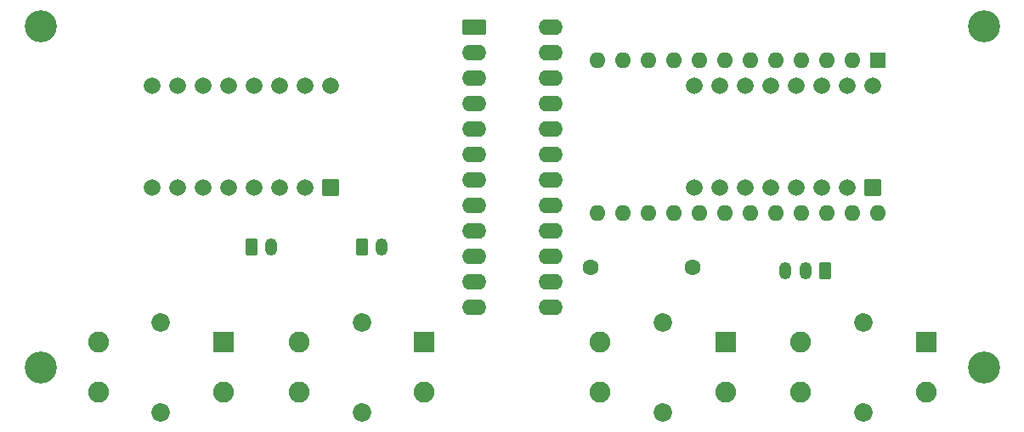
<source format=gts>
G04 #@! TF.GenerationSoftware,KiCad,Pcbnew,9.0.2*
G04 #@! TF.CreationDate,2025-06-28T10:53:46+03:00*
G04 #@! TF.ProjectId,chess_clock_pcb,63686573-735f-4636-9c6f-636b5f706362,rev?*
G04 #@! TF.SameCoordinates,Original*
G04 #@! TF.FileFunction,Soldermask,Top*
G04 #@! TF.FilePolarity,Negative*
%FSLAX46Y46*%
G04 Gerber Fmt 4.6, Leading zero omitted, Abs format (unit mm)*
G04 Created by KiCad (PCBNEW 9.0.2) date 2025-06-28 10:53:46*
%MOMM*%
%LPD*%
G01*
G04 APERTURE LIST*
G04 Aperture macros list*
%AMRoundRect*
0 Rectangle with rounded corners*
0 $1 Rounding radius*
0 $2 $3 $4 $5 $6 $7 $8 $9 X,Y pos of 4 corners*
0 Add a 4 corners polygon primitive as box body*
4,1,4,$2,$3,$4,$5,$6,$7,$8,$9,$2,$3,0*
0 Add four circle primitives for the rounded corners*
1,1,$1+$1,$2,$3*
1,1,$1+$1,$4,$5*
1,1,$1+$1,$6,$7*
1,1,$1+$1,$8,$9*
0 Add four rect primitives between the rounded corners*
20,1,$1+$1,$2,$3,$4,$5,0*
20,1,$1+$1,$4,$5,$6,$7,0*
20,1,$1+$1,$6,$7,$8,$9,0*
20,1,$1+$1,$8,$9,$2,$3,0*%
G04 Aperture macros list end*
%ADD10R,1.600000X1.600000*%
%ADD11O,1.600000X1.600000*%
%ADD12C,3.200000*%
%ADD13C,1.600000*%
%ADD14RoundRect,0.250000X-0.350000X-0.625000X0.350000X-0.625000X0.350000X0.625000X-0.350000X0.625000X0*%
%ADD15O,1.200000X1.750000*%
%ADD16RoundRect,0.250000X-0.950000X-0.550000X0.950000X-0.550000X0.950000X0.550000X-0.950000X0.550000X0*%
%ADD17O,2.400000X1.600000*%
%ADD18RoundRect,0.250000X0.350000X0.625000X-0.350000X0.625000X-0.350000X-0.625000X0.350000X-0.625000X0*%
%ADD19C,1.850000*%
%ADD20RoundRect,0.102000X0.937500X0.937500X-0.937500X0.937500X-0.937500X-0.937500X0.937500X-0.937500X0*%
%ADD21C,2.079000*%
%ADD22RoundRect,0.102000X0.729000X0.729000X-0.729000X0.729000X-0.729000X-0.729000X0.729000X-0.729000X0*%
%ADD23C,1.662000*%
G04 APERTURE END LIST*
D10*
X187430000Y-57380000D03*
D11*
X184890000Y-57380000D03*
X182350000Y-57380000D03*
X179810000Y-57380000D03*
X177270000Y-57380000D03*
X174730000Y-57380000D03*
X172190000Y-57380000D03*
X169650000Y-57380000D03*
X167110000Y-57380000D03*
X164570000Y-57380000D03*
X162030000Y-57380000D03*
X159490000Y-57380000D03*
X159490000Y-72620000D03*
X162030000Y-72620000D03*
X164570000Y-72620000D03*
X167110000Y-72620000D03*
X169650000Y-72620000D03*
X172190000Y-72620000D03*
X174730000Y-72620000D03*
X177270000Y-72620000D03*
X179810000Y-72620000D03*
X182350000Y-72620000D03*
X184890000Y-72620000D03*
X187430000Y-72620000D03*
D12*
X198000000Y-54000000D03*
D13*
X169000000Y-78000000D03*
X158840000Y-78000000D03*
D14*
X136000000Y-76000000D03*
D15*
X138000000Y-76000000D03*
D12*
X198000000Y-88000000D03*
X104000000Y-54000000D03*
D16*
X147190000Y-54030000D03*
D17*
X147190000Y-56570000D03*
X147190000Y-59110000D03*
X147190000Y-61650000D03*
X147190000Y-64190000D03*
X147190000Y-66730000D03*
X147190000Y-69270000D03*
X147190000Y-71810000D03*
X147190000Y-74350000D03*
X147190000Y-76890000D03*
X147190000Y-79430000D03*
X147190000Y-81970000D03*
X154810000Y-81970000D03*
X154810000Y-79430000D03*
X154810000Y-76890000D03*
X154810000Y-74350000D03*
X154810000Y-71810000D03*
X154810000Y-69270000D03*
X154810000Y-66730000D03*
X154810000Y-64190000D03*
X154810000Y-61650000D03*
X154810000Y-59110000D03*
X154810000Y-56570000D03*
X154810000Y-54030000D03*
D14*
X125000000Y-76000000D03*
D15*
X127000000Y-76000000D03*
D12*
X104000000Y-88000000D03*
D18*
X182200000Y-78400000D03*
D15*
X180200000Y-78400000D03*
X178200000Y-78400000D03*
D19*
X166000000Y-92500000D03*
X166000000Y-83500000D03*
D20*
X172250000Y-85500000D03*
D21*
X159750000Y-85500000D03*
X172250000Y-90500000D03*
X159750000Y-90500000D03*
D22*
X132890000Y-70080000D03*
D23*
X130350000Y-70080000D03*
X127810000Y-70080000D03*
X125270000Y-70080000D03*
X122730000Y-70080000D03*
X120190000Y-70080000D03*
X117650000Y-70080000D03*
X115110000Y-70080000D03*
X115110000Y-59920000D03*
X117650000Y-59920000D03*
X120190000Y-59920000D03*
X122730000Y-59920000D03*
X125270000Y-59920000D03*
X127810000Y-59920000D03*
X130350000Y-59920000D03*
X132890000Y-59920000D03*
D22*
X186890000Y-70080000D03*
D23*
X184350000Y-70080000D03*
X181810000Y-70080000D03*
X179270000Y-70080000D03*
X176730000Y-70080000D03*
X174190000Y-70080000D03*
X171650000Y-70080000D03*
X169110000Y-70080000D03*
X169110000Y-59920000D03*
X171650000Y-59920000D03*
X174190000Y-59920000D03*
X176730000Y-59920000D03*
X179270000Y-59920000D03*
X181810000Y-59920000D03*
X184350000Y-59920000D03*
X186890000Y-59920000D03*
D19*
X186000000Y-92500000D03*
X186000000Y-83500000D03*
D20*
X192250000Y-85500000D03*
D21*
X179750000Y-85500000D03*
X192250000Y-90500000D03*
X179750000Y-90500000D03*
D19*
X136000000Y-92500000D03*
X136000000Y-83500000D03*
D20*
X142250000Y-85500000D03*
D21*
X129750000Y-85500000D03*
X142250000Y-90500000D03*
X129750000Y-90500000D03*
D19*
X116000000Y-92500000D03*
X116000000Y-83500000D03*
D20*
X122250000Y-85500000D03*
D21*
X109750000Y-85500000D03*
X122250000Y-90500000D03*
X109750000Y-90500000D03*
M02*

</source>
